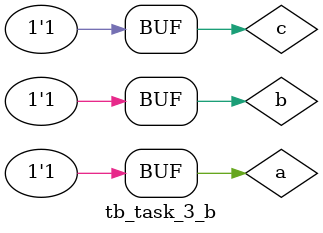
<source format=v>
module tb_task_3_b(); 
reg a,b, c; 
wire out;
function_g uut(out,a,b, c); 
initial
begin
a = 1'b0;
b = 1'b0;
c = 1'b0;
#10;
a = 1'b0;
b = 1'b0;
c = 1'b1;
#10;
a = 1'b0;
b = 1'b1;
c = 1'b0;
#10;
a = 1'b0;
b = 1'b1;
c = 1'b1;
#10;
a = 1'b1;
b = 1'b0;
c = 1'b0;
#10;
a = 1'b1;
b = 1'b0;
c = 1'b1;
#10;
a = 1'b1;
b = 1'b1;
c = 1'b0;
#10;
a = 1'b1;
b = 1'b1;
c = 1'b1;
#10;
end
// set up the monitoring
initial
begin
$monitor("a=%b, b=%b, c=%b, out=%b, time=%t\n", a, b, c, out, $time);
end
endmodule
</source>
